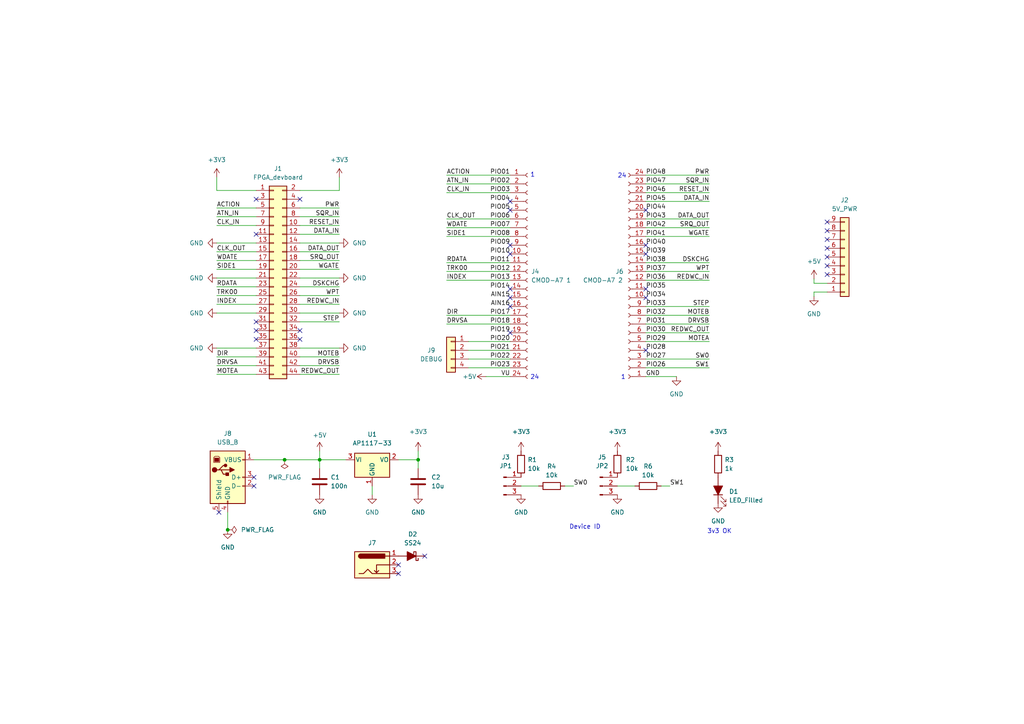
<source format=kicad_sch>
(kicad_sch (version 20211123) (generator eeschema)
  (paper "A4")
  (title_block (title "Adapter for FPGA - C64 Floppy drive interface board") (date "2023-01-15") (rev "1") (company "Weisz Pál"))
  (lib_symbols
    (symbol "+3V3_1" (power) (pin_names (offset 0))
      (property "Value" "+3V3_1" (at 0 3.556 0))
      (symbol "+3V3_1_0_1"
        (polyline (pts (xy -0.762 1.27) (xy 0 2.54)))
        (polyline (pts (xy 0 0) (xy 0 2.54)))
        (polyline (pts (xy 0 2.54) (xy 0.762 1.27)))
      )
      (symbol "+3V3_1_1_1"
        (pin power_in line (at 0 0 90) (length 0) hide (name "+3V3") (number "1"))
      )
    )
    (symbol "+3V3_2" (power) (pin_names (offset 0))
      (property "Value" "+3V3_2" (at 0 3.556 0))
      (symbol "+3V3_2_0_1"
        (polyline (pts (xy -0.762 1.27) (xy 0 2.54)))
        (polyline (pts (xy 0 0) (xy 0 2.54)))
        (polyline (pts (xy 0 2.54) (xy 0.762 1.27)))
      )
      (symbol "+3V3_2_1_1"
        (pin power_in line (at 0 0 90) (length 0) hide (name "+3V3") (number "1"))
      )
    )
    (symbol "+5V_1" (power) (pin_names (offset 0))
      (property "Value" "+5V_1" (at 0 3.556 0))
      (symbol "+5V_1_0_1"
        (polyline (pts (xy -0.762 1.27) (xy 0 2.54)))
        (polyline (pts (xy 0 0) (xy 0 2.54)))
        (polyline (pts (xy 0 2.54) (xy 0.762 1.27)))
      )
      (symbol "+5V_1_1_1"
        (pin power_in line (at 0 0 90) (length 0) hide (name "+5V") (number "1"))
      )
    )
    (symbol "Connector:Barrel_Jack_Switch_Pin3Ring" (pin_names hide)
      (property "Reference" "J" (at 0 5.334 0))
      (property "Value" "Barrel_Jack_Switch_Pin3Ring" (at 0 -5.08 0))
      (symbol "Barrel_Jack_Switch_Pin3Ring_0_1"
        (rectangle (start -5.08 3.81) (end 5.08 -3.81) (stroke (width 0.254)) (fill (type background)))
        (arc (start -3.302 3.175) (mid -3.937 2.54) (end -3.302 1.905) (stroke (width 0.254)))
        (arc (start -3.302 3.175) (mid -3.937 2.54) (end -3.302 1.905) (stroke (width 0.254)) (fill (type outline)))
        (polyline (pts (xy 1.27 -2.286) (xy 1.905 -1.651)) (stroke (width 0.254)))
        (polyline (pts (xy 5.08 2.54) (xy 3.81 2.54)) (stroke (width 0.254)))
        (polyline (pts (xy 5.08 0) (xy 1.27 0) (xy 1.27 -2.286) (xy 0.635 -1.651)) (stroke (width 0.254)))
        (polyline (pts (xy -3.81 -2.54) (xy -2.54 -2.54) (xy -1.27 -1.27) (xy 0 -2.54) (xy 2.54 -2.54) (xy 5.08 -2.54)) (stroke (width 0.254)))
        (rectangle (start 3.683 3.175) (end -3.302 1.905) (stroke (width 0.254)) (fill (type outline)))
      )
      (symbol "Barrel_Jack_Switch_Pin3Ring_1_1"
        (pin passive line (at 7.62 2.54 180) (length 2.54) (name "~") (number "1"))
        (pin passive line (at 7.62 0 180) (length 2.54) (name "~") (number "2"))
        (pin passive line (at 7.62 -2.54 180) (length 2.54) (name "~") (number "3"))
      )
    )
    (symbol "Connector:Conn_01x03_Male" (pin_names (offset 1.016) hide)
      (property "Reference" "J" (at 0 5.08 0))
      (property "Value" "Conn_01x03_Male" (at 0 -5.08 0))
      (symbol "Conn_01x03_Male_1_1"
        (polyline (pts (xy 1.27 -2.54) (xy 0.8636 -2.54)) (stroke (width 0.1524)))
        (polyline (pts (xy 1.27 0) (xy 0.8636 0)) (stroke (width 0.1524)))
        (polyline (pts (xy 1.27 2.54) (xy 0.8636 2.54)) (stroke (width 0.1524)))
        (rectangle (start 0.8636 -2.413) (end 0 -2.667) (stroke (width 0.1524)) (fill (type outline)))
        (rectangle (start 0.8636 0.127) (end 0 -0.127) (stroke (width 0.1524)) (fill (type outline)))
        (rectangle (start 0.8636 2.667) (end 0 2.413) (stroke (width 0.1524)) (fill (type outline)))
        (pin passive line (at 5.08 2.54 180) (length 3.81) (name "Pin_1") (number "1"))
        (pin passive line (at 5.08 0 180) (length 3.81) (name "Pin_2") (number "2"))
        (pin passive line (at 5.08 -2.54 180) (length 3.81) (name "Pin_3") (number "3"))
      )
    )
    (symbol "Connector:Conn_01x24_Female" (pin_names (offset 1.016) hide)
      (property "Reference" "J" (at 0 30.48 0))
      (property "Value" "Conn_01x24_Female" (at 0 -33.02 0))
      (symbol "Conn_01x24_Female_1_1"
        (arc (start 0 -29.972) (mid -0.508 -30.48) (end 0 -30.988) (stroke (width 0.1524)))
        (arc (start 0 -27.432) (mid -0.508 -27.94) (end 0 -28.448) (stroke (width 0.1524)))
        (arc (start 0 -24.892) (mid -0.508 -25.4) (end 0 -25.908) (stroke (width 0.1524)))
        (arc (start 0 -22.352) (mid -0.508 -22.86) (end 0 -23.368) (stroke (width 0.1524)))
        (arc (start 0 -19.812) (mid -0.508 -20.32) (end 0 -20.828) (stroke (width 0.1524)))
        (arc (start 0 -17.272) (mid -0.508 -17.78) (end 0 -18.288) (stroke (width 0.1524)))
        (arc (start 0 -14.732) (mid -0.508 -15.24) (end 0 -15.748) (stroke (width 0.1524)))
        (arc (start 0 -12.192) (mid -0.508 -12.7) (end 0 -13.208) (stroke (width 0.1524)))
        (arc (start 0 -9.652) (mid -0.508 -10.16) (end 0 -10.668) (stroke (width 0.1524)))
        (arc (start 0 -7.112) (mid -0.508 -7.62) (end 0 -8.128) (stroke (width 0.1524)))
        (arc (start 0 -4.572) (mid -0.508 -5.08) (end 0 -5.588) (stroke (width 0.1524)))
        (arc (start 0 -2.032) (mid -0.508 -2.54) (end 0 -3.048) (stroke (width 0.1524)))
        (polyline (pts (xy -1.27 -30.48) (xy -0.508 -30.48)) (stroke (width 0.1524)))
        (polyline (pts (xy -1.27 -27.94) (xy -0.508 -27.94)) (stroke (width 0.1524)))
        (polyline (pts (xy -1.27 -25.4) (xy -0.508 -25.4)) (stroke (width 0.1524)))
        (polyline (pts (xy -1.27 -22.86) (xy -0.508 -22.86)) (stroke (width 0.1524)))
        (polyline (pts (xy -1.27 -20.32) (xy -0.508 -20.32)) (stroke (width 0.1524)))
        (polyline (pts (xy -1.27 -17.78) (xy -0.508 -17.78)) (stroke (width 0.1524)))
        (polyline (pts (xy -1.27 -15.24) (xy -0.508 -15.24)) (stroke (width 0.1524)))
        (polyline (pts (xy -1.27 -12.7) (xy -0.508 -12.7)) (stroke (width 0.1524)))
        (polyline (pts (xy -1.27 -10.16) (xy -0.508 -10.16)) (stroke (width 0.1524)))
        (polyline (pts (xy -1.27 -7.62) (xy -0.508 -7.62)) (stroke (width 0.1524)))
        (polyline (pts (xy -1.27 -5.08) (xy -0.508 -5.08)) (stroke (width 0.1524)))
        (polyline (pts (xy -1.27 -2.54) (xy -0.508 -2.54)) (stroke (width 0.1524)))
        (polyline (pts (xy -1.27 0) (xy -0.508 0)) (stroke (width 0.1524)))
        (polyline (pts (xy -1.27 2.54) (xy -0.508 2.54)) (stroke (width 0.1524)))
        (polyline (pts (xy -1.27 5.08) (xy -0.508 5.08)) (stroke (width 0.1524)))
        (polyline (pts (xy -1.27 7.62) (xy -0.508 7.62)) (stroke (width 0.1524)))
        (polyline (pts (xy -1.27 10.16) (xy -0.508 10.16)) (stroke (width 0.1524)))
        (polyline (pts (xy -1.27 12.7) (xy -0.508 12.7)) (stroke (width 0.1524)))
        (polyline (pts (xy -1.27 15.24) (xy -0.508 15.24)) (stroke (width 0.1524)))
        (polyline (pts (xy -1.27 17.78) (xy -0.508 17.78)) (stroke (width 0.1524)))
        (polyline (pts (xy -1.27 20.32) (xy -0.508 20.32)) (stroke (width 0.1524)))
        (polyline (pts (xy -1.27 22.86) (xy -0.508 22.86)) (stroke (width 0.1524)))
        (polyline (pts (xy -1.27 25.4) (xy -0.508 25.4)) (stroke (width 0.1524)))
        (polyline (pts (xy -1.27 27.94) (xy -0.508 27.94)) (stroke (width 0.1524)))
        (arc (start 0 0.508) (mid -0.508 0) (end 0 -0.508) (stroke (width 0.1524)))
        (arc (start 0 3.048) (mid -0.508 2.54) (end 0 2.032) (stroke (width 0.1524)))
        (arc (start 0 5.588) (mid -0.508 5.08) (end 0 4.572) (stroke (width 0.1524)))
        (arc (start 0 8.128) (mid -0.508 7.62) (end 0 7.112) (stroke (width 0.1524)))
        (arc (start 0 10.668) (mid -0.508 10.16) (end 0 9.652) (stroke (width 0.1524)))
        (arc (start 0 13.208) (mid -0.508 12.7) (end 0 12.192) (stroke (width 0.1524)))
        (arc (start 0 15.748) (mid -0.508 15.24) (end 0 14.732) (stroke (width 0.1524)))
        (arc (start 0 18.288) (mid -0.508 17.78) (end 0 17.272) (stroke (width 0.1524)))
        (arc (start 0 20.828) (mid -0.508 20.32) (end 0 19.812) (stroke (width 0.1524)))
        (arc (start 0 23.368) (mid -0.508 22.86) (end 0 22.352) (stroke (width 0.1524)))
        (arc (start 0 25.908) (mid -0.508 25.4) (end 0 24.892) (stroke (width 0.1524)))
        (arc (start 0 28.448) (mid -0.508 27.94) (end 0 27.432) (stroke (width 0.1524)))
        (pin passive line (at -5.08 27.94 0) (length 3.81) (name "Pin_1") (number "1"))
        (pin passive line (at -5.08 5.08 0) (length 3.81) (name "Pin_10") (number "10"))
        (pin passive line (at -5.08 2.54 0) (length 3.81) (name "Pin_11") (number "11"))
        (pin passive line (at -5.08 0 0) (length 3.81) (name "Pin_12") (number "12"))
        (pin passive line (at -5.08 -2.54 0) (length 3.81) (name "Pin_13") (number "13"))
        (pin passive line (at -5.08 -5.08 0) (length 3.81) (name "Pin_14") (number "14"))
        (pin passive line (at -5.08 -7.62 0) (length 3.81) (name "Pin_15") (number "15"))
        (pin passive line (at -5.08 -10.16 0) (length 3.81) (name "Pin_16") (number "16"))
        (pin passive line (at -5.08 -12.7 0) (length 3.81) (name "Pin_17") (number "17"))
        (pin passive line (at -5.08 -15.24 0) (length 3.81) (name "Pin_18") (number "18"))
        (pin passive line (at -5.08 -17.78 0) (length 3.81) (name "Pin_19") (number "19"))
        (pin passive line (at -5.08 25.4 0) (length 3.81) (name "Pin_2") (number "2"))
        (pin passive line (at -5.08 -20.32 0) (length 3.81) (name "Pin_20") (number "20"))
        (pin passive line (at -5.08 -22.86 0) (length 3.81) (name "Pin_21") (number "21"))
        (pin passive line (at -5.08 -25.4 0) (length 3.81) (name "Pin_22") (number "22"))
        (pin passive line (at -5.08 -27.94 0) (length 3.81) (name "Pin_23") (number "23"))
        (pin passive line (at -5.08 -30.48 0) (length 3.81) (name "Pin_24") (number "24"))
        (pin passive line (at -5.08 22.86 0) (length 3.81) (name "Pin_3") (number "3"))
        (pin passive line (at -5.08 20.32 0) (length 3.81) (name "Pin_4") (number "4"))
        (pin passive line (at -5.08 17.78 0) (length 3.81) (name "Pin_5") (number "5"))
        (pin passive line (at -5.08 15.24 0) (length 3.81) (name "Pin_6") (number "6"))
        (pin passive line (at -5.08 12.7 0) (length 3.81) (name "Pin_7") (number "7"))
        (pin passive line (at -5.08 10.16 0) (length 3.81) (name "Pin_8") (number "8"))
        (pin passive line (at -5.08 7.62 0) (length 3.81) (name "Pin_9") (number "9"))
      )
    )
    (symbol "Connector:USB_B" (pin_names (offset 1.016))
      (property "Reference" "J" (at -5.08 11.43 0))
      (property "Value" "USB_B" (at -5.08 8.89 0))
      (symbol "USB_B_0_1"
        (rectangle (start -5.08 -7.62) (end 5.08 7.62) (stroke (width 0.254)) (fill (type background)))
        (circle (center -3.81 2.159) (radius 0.635) (stroke (width 0.254)) (fill (type outline)))
        (rectangle (start -3.81 5.588) (end -2.54 4.572) (fill (type outline)))
        (circle (center -0.635 3.429) (radius 0.381) (stroke (width 0.254)) (fill (type outline)))
        (rectangle (start -0.127 -7.62) (end 0.127 -6.858))
        (polyline (pts (xy -1.905 2.159) (xy 0.635 2.159)) (stroke (width 0.254)))
        (polyline (pts (xy -3.175 2.159) (xy -2.54 2.159) (xy -1.27 3.429) (xy -0.635 3.429)) (stroke (width 0.254)))
        (polyline (pts (xy -2.54 2.159) (xy -1.905 2.159) (xy -1.27 0.889) (xy 0 0.889)) (stroke (width 0.254)))
        (polyline (pts (xy 0.635 2.794) (xy 0.635 1.524) (xy 1.905 2.159) (xy 0.635 2.794)) (stroke (width 0.254)) (fill (type outline)))
        (polyline (pts (xy -4.064 4.318) (xy -2.286 4.318) (xy -2.286 5.715) (xy -2.667 6.096) (xy -3.683 6.096) (xy -4.064 5.715) (xy -4.064 4.318)))
        (rectangle (start 0.254 1.27) (end -0.508 0.508) (stroke (width 0.254)) (fill (type outline)))
        (rectangle (start 5.08 -2.667) (end 4.318 -2.413))
        (rectangle (start 5.08 -0.127) (end 4.318 0.127))
        (rectangle (start 5.08 4.953) (end 4.318 5.207))
      )
      (symbol "USB_B_1_1"
        (pin power_out line (at 7.62 5.08 180) (length 2.54) (name "VBUS") (number "1"))
        (pin bidirectional line (at 7.62 -2.54 180) (length 2.54) (name "D-") (number "2"))
        (pin bidirectional line (at 7.62 0 180) (length 2.54) (name "D+") (number "3"))
        (pin power_out line (at 0 -10.16 90) (length 2.54) (name "GND") (number "4"))
        (pin passive line (at -2.54 -10.16 90) (length 2.54) (name "Shield") (number "5"))
      )
    )
    (symbol "Connector_Generic:Conn_01x04" (pin_names (offset 1.016) hide)
      (property "Reference" "J" (at 0 5.08 0))
      (property "Value" "Conn_01x04" (at 0 -7.62 0))
      (symbol "Conn_01x04_1_1"
        (rectangle (start -1.27 -4.953) (end 0 -5.207) (stroke (width 0.1524)))
        (rectangle (start -1.27 -2.413) (end 0 -2.667) (stroke (width 0.1524)))
        (rectangle (start -1.27 0.127) (end 0 -0.127) (stroke (width 0.1524)))
        (rectangle (start -1.27 2.667) (end 0 2.413) (stroke (width 0.1524)))
        (rectangle (start -1.27 3.81) (end 1.27 -6.35) (stroke (width 0.254)) (fill (type background)))
        (pin passive line (at -5.08 2.54 0) (length 3.81) (name "Pin_1") (number "1"))
        (pin passive line (at -5.08 0 0) (length 3.81) (name "Pin_2") (number "2"))
        (pin passive line (at -5.08 -2.54 0) (length 3.81) (name "Pin_3") (number "3"))
        (pin passive line (at -5.08 -5.08 0) (length 3.81) (name "Pin_4") (number "4"))
      )
    )
    (symbol "Connector_Generic:Conn_01x09" (pin_names (offset 1.016) hide)
      (property "Reference" "J" (at 0 12.7 0))
      (property "Value" "Conn_01x09" (at 0 -12.7 0))
      (symbol "Conn_01x09_1_1"
        (rectangle (start -1.27 -10.033) (end 0 -10.287) (stroke (width 0.1524)))
        (rectangle (start -1.27 -7.493) (end 0 -7.747) (stroke (width 0.1524)))
        (rectangle (start -1.27 -4.953) (end 0 -5.207) (stroke (width 0.1524)))
        (rectangle (start -1.27 -2.413) (end 0 -2.667) (stroke (width 0.1524)))
        (rectangle (start -1.27 0.127) (end 0 -0.127) (stroke (width 0.1524)))
        (rectangle (start -1.27 2.667) (end 0 2.413) (stroke (width 0.1524)))
        (rectangle (start -1.27 5.207) (end 0 4.953) (stroke (width 0.1524)))
        (rectangle (start -1.27 7.747) (end 0 7.493) (stroke (width 0.1524)))
        (rectangle (start -1.27 10.287) (end 0 10.033) (stroke (width 0.1524)))
        (rectangle (start -1.27 11.43) (end 1.27 -11.43) (stroke (width 0.254)) (fill (type background)))
        (pin passive line (at -5.08 10.16 0) (length 3.81) (name "Pin_1") (number "1"))
        (pin passive line (at -5.08 7.62 0) (length 3.81) (name "Pin_2") (number "2"))
        (pin passive line (at -5.08 5.08 0) (length 3.81) (name "Pin_3") (number "3"))
        (pin passive line (at -5.08 2.54 0) (length 3.81) (name "Pin_4") (number "4"))
        (pin passive line (at -5.08 0 0) (length 3.81) (name "Pin_5") (number "5"))
        (pin passive line (at -5.08 -2.54 0) (length 3.81) (name "Pin_6") (number "6"))
        (pin passive line (at -5.08 -5.08 0) (length 3.81) (name "Pin_7") (number "7"))
        (pin passive line (at -5.08 -7.62 0) (length 3.81) (name "Pin_8") (number "8"))
        (pin passive line (at -5.08 -10.16 0) (length 3.81) (name "Pin_9") (number "9"))
      )
    )
    (symbol "Connector_Generic:Conn_02x22_Odd_Even" (pin_names (offset 1.016) hide)
      (property "Reference" "J" (at 1.27 27.94 0))
      (property "Value" "Conn_02x22_Odd_Even" (at 1.27 -30.48 0))
      (symbol "Conn_02x22_Odd_Even_1_1"
        (rectangle (start -1.27 -27.813) (end 0 -28.067) (stroke (width 0.1524)))
        (rectangle (start -1.27 -25.273) (end 0 -25.527) (stroke (width 0.1524)))
        (rectangle (start -1.27 -22.733) (end 0 -22.987) (stroke (width 0.1524)))
        (rectangle (start -1.27 -20.193) (end 0 -20.447) (stroke (width 0.1524)))
        (rectangle (start -1.27 -17.653) (end 0 -17.907) (stroke (width 0.1524)))
        (rectangle (start -1.27 -15.113) (end 0 -15.367) (stroke (width 0.1524)))
        (rectangle (start -1.27 -12.573) (end 0 -12.827) (stroke (width 0.1524)))
        (rectangle (start -1.27 -10.033) (end 0 -10.287) (stroke (width 0.1524)))
        (rectangle (start -1.27 -7.493) (end 0 -7.747) (stroke (width 0.1524)))
        (rectangle (start -1.27 -4.953) (end 0 -5.207) (stroke (width 0.1524)))
        (rectangle (start -1.27 -2.413) (end 0 -2.667) (stroke (width 0.1524)))
        (rectangle (start -1.27 0.127) (end 0 -0.127) (stroke (width 0.1524)))
        (rectangle (start -1.27 2.667) (end 0 2.413) (stroke (width 0.1524)))
        (rectangle (start -1.27 5.207) (end 0 4.953) (stroke (width 0.1524)))
        (rectangle (start -1.27 7.747) (end 0 7.493) (stroke (width 0.1524)))
        (rectangle (start -1.27 10.287) (end 0 10.033) (stroke (width 0.1524)))
        (rectangle (start -1.27 12.827) (end 0 12.573) (stroke (width 0.1524)))
        (rectangle (start -1.27 15.367) (end 0 15.113) (stroke (width 0.1524)))
        (rectangle (start -1.27 17.907) (end 0 17.653) (stroke (width 0.1524)))
        (rectangle (start -1.27 20.447) (end 0 20.193) (stroke (width 0.1524)))
        (rectangle (start -1.27 22.987) (end 0 22.733) (stroke (width 0.1524)))
        (rectangle (start -1.27 25.527) (end 0 25.273) (stroke (width 0.1524)))
        (rectangle (start -1.27 26.67) (end 3.81 -29.21) (stroke (width 0.254)) (fill (type background)))
        (rectangle (start 3.81 -27.813) (end 2.54 -28.067) (stroke (width 0.1524)))
        (rectangle (start 3.81 -25.273) (end 2.54 -25.527) (stroke (width 0.1524)))
        (rectangle (start 3.81 -22.733) (end 2.54 -22.987) (stroke (width 0.1524)))
        (rectangle (start 3.81 -20.193) (end 2.54 -20.447) (stroke (width 0.1524)))
        (rectangle (start 3.81 -17.653) (end 2.54 -17.907) (stroke (width 0.1524)))
        (rectangle (start 3.81 -15.113) (end 2.54 -15.367) (stroke (width 0.1524)))
        (rectangle (start 3.81 -12.573) (end 2.54 -12.827) (stroke (width 0.1524)))
        (rectangle (start 3.81 -10.033) (end 2.54 -10.287) (stroke (width 0.1524)))
        (rectangle (start 3.81 -7.493) (end 2.54 -7.747) (stroke (width 0.1524)))
        (rectangle (start 3.81 -4.953) (end 2.54 -5.207) (stroke (width 0.1524)))
        (rectangle (start 3.81 -2.413) (end 2.54 -2.667) (stroke (width 0.1524)))
        (rectangle (start 3.81 0.127) (end 2.54 -0.127) (stroke (width 0.1524)))
        (rectangle (start 3.81 2.667) (end 2.54 2.413) (stroke (width 0.1524)))
        (rectangle (start 3.81 5.207) (end 2.54 4.953) (stroke (width 0.1524)))
        (rectangle (start 3.81 7.747) (end 2.54 7.493) (stroke (width 0.1524)))
        (rectangle (start 3.81 10.287) (end 2.54 10.033) (stroke (width 0.1524)))
        (rectangle (start 3.81 12.827) (end 2.54 12.573) (stroke (width 0.1524)))
        (rectangle (start 3.81 15.367) (end 2.54 15.113) (stroke (width 0.1524)))
        (rectangle (start 3.81 17.907) (end 2.54 17.653) (stroke (width 0.1524)))
        (rectangle (start 3.81 20.447) (end 2.54 20.193) (stroke (width 0.1524)))
        (rectangle (start 3.81 22.987) (end 2.54 22.733) (stroke (width 0.1524)))
        (rectangle (start 3.81 25.527) (end 2.54 25.273) (stroke (width 0.1524)))
        (pin passive line (at -5.08 25.4 0) (length 3.81) (name "Pin_1") (number "1"))
        (pin passive line (at 7.62 15.24 180) (length 3.81) (name "Pin_10") (number "10"))
        (pin passive line (at -5.08 12.7 0) (length 3.81) (name "Pin_11") (number "11"))
        (pin passive line (at 7.62 12.7 180) (length 3.81) (name "Pin_12") (number "12"))
        (pin passive line (at -5.08 10.16 0) (length 3.81) (name "Pin_13") (number "13"))
        (pin passive line (at 7.62 10.16 180) (length 3.81) (name "Pin_14") (number "14"))
        (pin passive line (at -5.08 7.62 0) (length 3.81) (name "Pin_15") (number "15"))
        (pin passive line (at 7.62 7.62 180) (length 3.81) (name "Pin_16") (number "16"))
        (pin passive line (at -5.08 5.08 0) (length 3.81) (name "Pin_17") (number "17"))
        (pin passive line (at 7.62 5.08 180) (length 3.81) (name "Pin_18") (number "18"))
        (pin passive line (at -5.08 2.54 0) (length 3.81) (name "Pin_19") (number "19"))
        (pin passive line (at 7.62 25.4 180) (length 3.81) (name "Pin_2") (number "2"))
        (pin passive line (at 7.62 2.54 180) (length 3.81) (name "Pin_20") (number "20"))
        (pin passive line (at -5.08 0 0) (length 3.81) (name "Pin_21") (number "21"))
        (pin passive line (at 7.62 0 180) (length 3.81) (name "Pin_22") (number "22"))
        (pin passive line (at -5.08 -2.54 0) (length 3.81) (name "Pin_23") (number "23"))
        (pin passive line (at 7.62 -2.54 180) (length 3.81) (name "Pin_24") (number "24"))
        (pin passive line (at -5.08 -5.08 0) (length 3.81) (name "Pin_25") (number "25"))
        (pin passive line (at 7.62 -5.08 180) (length 3.81) (name "Pin_26") (number "26"))
        (pin passive line (at -5.08 -7.62 0) (length 3.81) (name "Pin_27") (number "27"))
        (pin passive line (at 7.62 -7.62 180) (length 3.81) (name "Pin_28") (number "28"))
        (pin passive line (at -5.08 -10.16 0) (length 3.81) (name "Pin_29") (number "29"))
        (pin passive line (at -5.08 22.86 0) (length 3.81) (name "Pin_3") (number "3"))
        (pin passive line (at 7.62 -10.16 180) (length 3.81) (name "Pin_30") (number "30"))
        (pin passive line (at -5.08 -12.7 0) (length 3.81) (name "Pin_31") (number "31"))
        (pin passive line (at 7.62 -12.7 180) (length 3.81) (name "Pin_32") (number "32"))
        (pin passive line (at -5.08 -15.24 0) (length 3.81) (name "Pin_33") (number "33"))
        (pin passive line (at 7.62 -15.24 180) (length 3.81) (name "Pin_34") (number "34"))
        (pin passive line (at -5.08 -17.78 0) (length 3.81) (name "Pin_35") (number "35"))
        (pin passive line (at 7.62 -17.78 180) (length 3.81) (name "Pin_36") (number "36"))
        (pin passive line (at -5.08 -20.32 0) (length 3.81) (name "Pin_37") (number "37"))
        (pin passive line (at 7.62 -20.32 180) (length 3.81) (name "Pin_38") (number "38"))
        (pin passive line (at -5.08 -22.86 0) (length 3.81) (name "Pin_39") (number "39"))
        (pin passive line (at 7.62 22.86 180) (length 3.81) (name "Pin_4") (number "4"))
        (pin passive line (at 7.62 -22.86 180) (length 3.81) (name "Pin_40") (number "40"))
        (pin passive line (at -5.08 -25.4 0) (length 3.81) (name "Pin_41") (number "41"))
        (pin passive line (at 7.62 -25.4 180) (length 3.81) (name "Pin_42") (number "42"))
        (pin passive line (at -5.08 -27.94 0) (length 3.81) (name "Pin_43") (number "43"))
        (pin passive line (at 7.62 -27.94 180) (length 3.81) (name "Pin_44") (number "44"))
        (pin passive line (at -5.08 20.32 0) (length 3.81) (name "Pin_5") (number "5"))
        (pin passive line (at 7.62 20.32 180) (length 3.81) (name "Pin_6") (number "6"))
        (pin passive line (at -5.08 17.78 0) (length 3.81) (name "Pin_7") (number "7"))
        (pin passive line (at 7.62 17.78 180) (length 3.81) (name "Pin_8") (number "8"))
        (pin passive line (at -5.08 15.24 0) (length 3.81) (name "Pin_9") (number "9"))
      )
    )
    (symbol "Device:C" (pin_numbers hide) (pin_names (offset 0.254))
      (property "Reference" "C" (at 0.635 2.54 0))
      (property "Value" "C" (at 0.635 -2.54 0))
      (symbol "C_0_1"
        (polyline (pts (xy -2.032 -0.762) (xy 2.032 -0.762)) (stroke (width 0.508)))
        (polyline (pts (xy -2.032 0.762) (xy 2.032 0.762)) (stroke (width 0.508)))
      )
      (symbol "C_1_1"
        (pin passive line (at 0 3.81 270) (length 2.794) (name "~") (number "1"))
        (pin passive line (at 0 -3.81 90) (length 2.794) (name "~") (number "2"))
      )
    )
    (symbol "Device:D_Schottky_Filled" (pin_numbers hide) (pin_names (offset 1.016) hide)
      (property "Reference" "D" (at 0 2.54 0))
      (property "Value" "D_Schottky_Filled" (at 0 -2.54 0))
      (symbol "D_Schottky_Filled_0_1"
        (polyline (pts (xy 1.27 0) (xy -1.27 0)))
        (polyline (pts (xy 1.27 1.27) (xy 1.27 -1.27) (xy -1.27 0) (xy 1.27 1.27)) (stroke (width 0.254)) (fill (type outline)))
        (polyline (pts (xy -1.905 0.635) (xy -1.905 1.27) (xy -1.27 1.27) (xy -1.27 -1.27) (xy -0.635 -1.27) (xy -0.635 -0.635)) (stroke (width 0.254)))
      )
      (symbol "D_Schottky_Filled_1_1"
        (pin passive line (at -3.81 0 0) (length 2.54) (name "K") (number "1"))
        (pin passive line (at 3.81 0 180) (length 2.54) (name "A") (number "2"))
      )
    )
    (symbol "Device:LED_Filled" (pin_numbers hide) (pin_names (offset 1.016) hide)
      (property "Reference" "D" (at 0 2.54 0))
      (property "Value" "LED_Filled" (at 0 -2.54 0))
      (symbol "LED_Filled_0_1"
        (polyline (pts (xy -1.27 -1.27) (xy -1.27 1.27)) (stroke (width 0.254)))
        (polyline (pts (xy -1.27 0) (xy 1.27 0)))
        (polyline (pts (xy 1.27 -1.27) (xy 1.27 1.27) (xy -1.27 0) (xy 1.27 -1.27)) (stroke (width 0.254)) (fill (type outline)))
        (polyline (pts (xy -3.048 -0.762) (xy -4.572 -2.286) (xy -3.81 -2.286) (xy -4.572 -2.286) (xy -4.572 -1.524)))
        (polyline (pts (xy -1.778 -0.762) (xy -3.302 -2.286) (xy -2.54 -2.286) (xy -3.302 -2.286) (xy -3.302 -1.524)))
      )
      (symbol "LED_Filled_1_1"
        (pin passive line (at -3.81 0 0) (length 2.54) (name "K") (number "1"))
        (pin passive line (at 3.81 0 180) (length 2.54) (name "A") (number "2"))
      )
    )
    (symbol "Device:R" (pin_numbers hide) (pin_names (offset 0))
      (property "Reference" "R" (at 2.032 0 90))
      (property "Value" "R" (at 0 0 90))
      (symbol "R_0_1"
        (rectangle (start -1.016 -2.54) (end 1.016 2.54) (stroke (width 0.254)))
      )
      (symbol "R_1_1"
        (pin passive line (at 0 3.81 270) (length 1.27) (name "~") (number "1"))
        (pin passive line (at 0 -3.81 90) (length 1.27) (name "~") (number "2"))
      )
    )
    (symbol "Regulator_Linear:AP1117-33" (pin_names (offset 0.254))
      (property "Reference" "U" (at -3.81 3.175 0))
      (property "Value" "AP1117-33" (at 0 3.175 0))
      (symbol "AP1117-33_0_1"
        (rectangle (start -5.08 -5.08) (end 5.08 1.905) (stroke (width 0.254)) (fill (type background)))
      )
      (symbol "AP1117-33_1_1"
        (pin power_in line (at 0 -7.62 90) (length 2.54) (name "GND") (number "1"))
        (pin power_out line (at 7.62 0 180) (length 2.54) (name "VO") (number "2"))
        (pin power_in line (at -7.62 0 0) (length 2.54) (name "VI") (number "3"))
      )
    )
    (symbol "power:+3V3" (power) (pin_names (offset 0))
      (property "Value" "+3V3" (at 0 3.556 0))
      (symbol "+3V3_0_1"
        (polyline (pts (xy -0.762 1.27) (xy 0 2.54)))
        (polyline (pts (xy 0 0) (xy 0 2.54)))
        (polyline (pts (xy 0 2.54) (xy 0.762 1.27)))
      )
      (symbol "+3V3_1_1"
        (pin power_in line (at 0 0 90) (length 0) hide (name "+3V3") (number "1"))
      )
    )
    (symbol "power:+5V" (power) (pin_names (offset 0))
      (property "Value" "+5V" (at 0 3.556 0))
      (symbol "+5V_0_1"
        (polyline (pts (xy -0.762 1.27) (xy 0 2.54)))
        (polyline (pts (xy 0 0) (xy 0 2.54)))
        (polyline (pts (xy 0 2.54) (xy 0.762 1.27)))
      )
      (symbol "+5V_1_1"
        (pin power_in line (at 0 0 90) (length 0) hide (name "+5V") (number "1"))
      )
    )
    (symbol "power:GND" (power) (pin_names (offset 0))
      (property "Value" "GND" (at 0 -3.81 0))
      (symbol "GND_0_1"
        (polyline (pts (xy 0 0) (xy 0 -1.27) (xy 1.27 -1.27) (xy 0 -2.54) (xy -1.27 -1.27) (xy 0 -1.27)))
      )
      (symbol "GND_1_1"
        (pin power_in line (at 0 0 270) (length 0) hide (name "GND") (number "1"))
      )
    )
    (symbol "power:PWR_FLAG" (power) (pin_numbers hide) (pin_names (offset 0) hide)
      (property "Value" "PWR_FLAG" (at 0 3.81 0))
      (symbol "PWR_FLAG_0_0"
        (pin power_out line (at 0 0 90) (length 0) (name "pwr") (number "1"))
      )
      (symbol "PWR_FLAG_0_1"
        (polyline (pts (xy 0 0) (xy 0 1.27) (xy -1.016 1.905) (xy 0 2.54) (xy 1.016 1.905) (xy 0 1.27)))
      )
    )
  )
  (junction (at 82.55 133.35))
  (junction (at 121.285 133.35))
  (junction (at 92.71 133.35))
  (junction (at 66.04 153.67))
  (no_connect (at 63.5 148.59))
  (no_connect (at 239.903 72.009))
  (no_connect (at 86.995 95.885))
  (no_connect (at 147.955 73.66))
  (no_connect (at 147.955 71.12))
  (no_connect (at 74.295 57.785))
  (no_connect (at 147.955 96.52))
  (no_connect (at 147.955 58.42))
  (no_connect (at 147.955 60.96))
  (no_connect (at 239.903 79.629))
  (no_connect (at 74.295 98.425))
  (no_connect (at 86.995 98.425))
  (no_connect (at 147.955 83.82))
  (no_connect (at 147.955 86.36))
  (no_connect (at 147.955 88.9))
  (no_connect (at 115.57 166.37))
  (no_connect (at 187.325 86.36))
  (no_connect (at 73.66 138.43))
  (no_connect (at 86.995 57.785))
  (no_connect (at 74.295 95.885))
  (no_connect (at 187.325 71.12))
  (no_connect (at 187.325 101.6))
  (no_connect (at 123.19 161.29))
  (no_connect (at 239.903 69.469))
  (no_connect (at 74.295 67.945))
  (no_connect (at 187.325 83.82))
  (no_connect (at 187.325 60.96))
  (no_connect (at 187.325 73.66))
  (no_connect (at 115.57 163.83))
  (no_connect (at 239.903 74.549))
  (no_connect (at 239.903 64.389))
  (no_connect (at 74.295 93.345))
  (no_connect (at 239.903 66.929))
  (no_connect (at 73.66 140.97))
  (no_connect (at 239.903 77.089))
  (wire (pts (xy 66.04 148.59) (xy 66.04 153.67)))
  (wire (pts (xy 74.295 88.265) (xy 62.865 88.265)))
  (wire (pts (xy 187.325 81.28) (xy 205.74 81.28)))
  (wire (pts (xy 98.425 62.865) (xy 86.995 62.865)))
  (wire (pts (xy 135.89 106.68) (xy 147.955 106.68)))
  (wire (pts (xy 129.54 68.58) (xy 147.955 68.58)))
  (wire (pts (xy 74.295 62.865) (xy 62.865 62.865)))
  (wire (pts (xy 140.97 109.22) (xy 147.955 109.22)))
  (wire (pts (xy 187.325 53.34) (xy 205.74 53.34)))
  (wire (pts (xy 98.425 90.805) (xy 86.995 90.805)))
  (wire (pts (xy 115.57 133.35) (xy 121.285 133.35)))
  (wire (pts (xy 163.83 140.97) (xy 166.37 140.97)))
  (wire (pts (xy 98.425 80.645) (xy 86.995 80.645)))
  (wire (pts (xy 98.425 85.725) (xy 86.995 85.725)))
  (wire (pts (xy 236.093 80.899) (xy 236.093 82.169)))
  (wire (pts (xy 98.425 88.265) (xy 86.995 88.265)))
  (wire (pts (xy 98.425 100.965) (xy 86.995 100.965)))
  (wire (pts (xy 98.425 103.505) (xy 86.995 103.505)))
  (wire (pts (xy 236.093 84.709) (xy 239.903 84.709)))
  (wire (pts (xy 187.325 58.42) (xy 205.74 58.42)))
  (wire (pts (xy 73.66 133.35) (xy 82.55 133.35)))
  (wire (pts (xy 82.55 133.35) (xy 92.71 133.35)))
  (wire (pts (xy 62.865 90.805) (xy 74.295 90.805)))
  (wire (pts (xy 62.865 55.245) (xy 62.865 51.435)))
  (wire (pts (xy 187.325 63.5) (xy 205.74 63.5)))
  (wire (pts (xy 187.325 104.14) (xy 205.74 104.14)))
  (wire (pts (xy 151.13 140.97) (xy 156.21 140.97)))
  (wire (pts (xy 74.295 60.325) (xy 62.865 60.325)))
  (wire (pts (xy 129.54 78.74) (xy 147.955 78.74)))
  (wire (pts (xy 74.295 55.245) (xy 62.865 55.245)))
  (wire (pts (xy 187.325 96.52) (xy 205.74 96.52)))
  (wire (pts (xy 147.955 53.34) (xy 129.54 53.34)))
  (wire (pts (xy 92.71 130.81) (xy 92.71 133.35)))
  (wire (pts (xy 191.77 140.97) (xy 194.31 140.97)))
  (wire (pts (xy 236.093 82.169) (xy 239.903 82.169)))
  (wire (pts (xy 98.425 65.405) (xy 86.995 65.405)))
  (wire (pts (xy 129.54 55.88) (xy 147.955 55.88)))
  (wire (pts (xy 98.425 55.245) (xy 86.995 55.245)))
  (wire (pts (xy 196.215 109.22) (xy 187.325 109.22)))
  (wire (pts (xy 129.54 76.2) (xy 147.955 76.2)))
  (wire (pts (xy 179.07 140.97) (xy 184.15 140.97)))
  (wire (pts (xy 187.325 88.9) (xy 205.74 88.9)))
  (wire (pts (xy 98.425 67.945) (xy 86.995 67.945)))
  (wire (pts (xy 187.325 93.98) (xy 205.74 93.98)))
  (wire (pts (xy 187.325 99.06) (xy 205.74 99.06)))
  (wire (pts (xy 74.295 75.565) (xy 62.865 75.565)))
  (wire (pts (xy 107.95 140.97) (xy 107.95 143.51)))
  (wire (pts (xy 135.89 101.6) (xy 147.955 101.6)))
  (wire (pts (xy 187.325 50.8) (xy 205.74 50.8)))
  (wire (pts (xy 98.425 70.485) (xy 86.995 70.485)))
  (wire (pts (xy 129.54 91.44) (xy 147.955 91.44)))
  (wire (pts (xy 187.325 66.04) (xy 205.74 66.04)))
  (wire (pts (xy 74.295 83.185) (xy 62.865 83.185)))
  (wire (pts (xy 62.865 73.025) (xy 74.295 73.025)))
  (wire (pts (xy 121.285 130.81) (xy 121.285 133.35)))
  (wire (pts (xy 135.89 99.06) (xy 147.955 99.06)))
  (wire (pts (xy 187.325 55.88) (xy 205.74 55.88)))
  (wire (pts (xy 98.425 60.325) (xy 86.995 60.325)))
  (wire (pts (xy 74.295 108.585) (xy 62.865 108.585)))
  (wire (pts (xy 236.093 85.979) (xy 236.093 84.709)))
  (wire (pts (xy 187.325 78.74) (xy 205.74 78.74)))
  (wire (pts (xy 74.295 103.505) (xy 62.865 103.505)))
  (wire (pts (xy 187.325 76.2) (xy 205.74 76.2)))
  (wire (pts (xy 135.89 104.14) (xy 147.955 104.14)))
  (wire (pts (xy 98.425 83.185) (xy 86.995 83.185)))
  (wire (pts (xy 129.54 81.28) (xy 147.955 81.28)))
  (wire (pts (xy 129.54 50.8) (xy 147.955 50.8)))
  (wire (pts (xy 129.54 93.98) (xy 147.955 93.98)))
  (wire (pts (xy 98.425 93.345) (xy 86.995 93.345)))
  (wire (pts (xy 62.865 65.405) (xy 74.295 65.405)))
  (wire (pts (xy 62.865 80.645) (xy 74.295 80.645)))
  (wire (pts (xy 98.425 108.585) (xy 86.995 108.585)))
  (wire (pts (xy 74.295 85.725) (xy 62.865 85.725)))
  (wire (pts (xy 100.33 133.35) (xy 92.71 133.35)))
  (wire (pts (xy 74.295 78.105) (xy 62.865 78.105)))
  (wire (pts (xy 98.425 73.025) (xy 86.995 73.025)))
  (wire (pts (xy 129.54 63.5) (xy 147.955 63.5)))
  (wire (pts (xy 187.325 106.68) (xy 205.74 106.68)))
  (wire (pts (xy 92.71 133.35) (xy 92.71 135.89)))
  (wire (pts (xy 129.54 66.04) (xy 147.955 66.04)))
  (wire (pts (xy 74.295 106.045) (xy 62.865 106.045)))
  (wire (pts (xy 62.865 100.965) (xy 74.295 100.965)))
  (wire (pts (xy 98.425 78.105) (xy 86.995 78.105)))
  (wire (pts (xy 98.425 51.435) (xy 98.425 55.245)))
  (wire (pts (xy 121.285 133.35) (xy 121.285 135.89)))
  (wire (pts (xy 98.425 75.565) (xy 86.995 75.565)))
  (wire (pts (xy 187.325 68.58) (xy 205.74 68.58)))
  (wire (pts (xy 62.865 70.485) (xy 74.295 70.485)))
  (wire (pts (xy 98.425 106.045) (xy 86.995 106.045)))
  (wire (pts (xy 187.325 91.44) (xy 205.74 91.44)))
  (text "Device ID" (at 165.1 153.67 0) (effects (font (size 1.27 1.27)) (justify left bottom)))
  (text "1" (at 153.797 51.562 0) (effects (font (size 1.27 1.27)) (justify left bottom)))
  (text "24" (at 181.737 51.816 180) (effects (font (size 1.27 1.27)) (justify right bottom)))
  (text "1" (at 181.483 110.236 180) (effects (font (size 1.27 1.27)) (justify right bottom)))
  (text "24" (at 153.797 110.236 0) (effects (font (size 1.27 1.27)) (justify left bottom)))
  (text "3v3 OK" (at 205.105 154.94 0) (effects (font (size 1.27 1.27)) (justify left bottom)))
  (label "DSKCHG" (at 98.425 83.185 180))
  (label "SW1" (at 205.74 106.68 180))
  (label "PIO23" (at 147.955 106.68 180))
  (label "WPT" (at 98.425 85.725 180))
  (label "PIO20" (at 147.955 99.06 180))
  (label "PIO28" (at 187.325 101.6 0))
  (label "DIR" (at 129.54 91.44 0))
  (label "RDATA" (at 129.54 76.2 0))
  (label "CLK_IN" (at 62.865 65.405 0))
  (label "INDEX" (at 62.865 88.265 0))
  (label "PIO12" (at 147.955 78.74 180))
  (label "PIO21" (at 147.955 101.6 180))
  (label "PIO29" (at 187.325 99.06 0))
  (label "PIO43" (at 187.325 63.5 0))
  (label "PIO36" (at 187.325 81.28 0))
  (label "PIO26" (at 187.325 106.68 0))
  (label "PIO10" (at 147.955 73.66 180))
  (label "SW0" (at 205.74 104.14 180))
  (label "PIO14" (at 147.955 83.82 180))
  (label "ACTION" (at 129.54 50.8 0))
  (label "DATA_OUT" (at 205.74 63.5 180))
  (label "VU" (at 147.955 109.22 180))
  (label "RDATA" (at 62.865 83.185 0))
  (label "DRVSA" (at 62.865 106.045 0))
  (label "SRQ_OUT" (at 205.74 66.04 180))
  (label "PIO47" (at 187.325 53.34 0))
  (label "CLK_OUT" (at 129.54 63.5 0))
  (label "PIO34" (at 187.325 86.36 0))
  (label "PWR" (at 205.74 50.8 180))
  (label "PIO02" (at 147.955 53.34 180))
  (label "PIO18" (at 147.955 93.98 180))
  (label "SIDE1" (at 129.54 68.58 0))
  (label "SIDE1" (at 62.865 78.105 0))
  (label "PIO48" (at 187.325 50.8 0))
  (label "PIO17" (at 147.955 91.44 180))
  (label "MOTEB" (at 205.74 91.44 180))
  (label "PIO04" (at 147.955 58.42 180))
  (label "PIO08" (at 147.955 68.58 180))
  (label "PIO42" (at 187.325 66.04 0))
  (label "STEP" (at 98.425 93.345 180))
  (label "PIO22" (at 147.955 104.14 180))
  (label "DATA_IN" (at 205.74 58.42 180))
  (label "CLK_OUT" (at 62.865 73.025 0))
  (label "PIO27" (at 187.325 104.14 0))
  (label "PIO40" (at 187.325 71.12 0))
  (label "PIO39" (at 187.325 73.66 0))
  (label "PIO07" (at 147.955 66.04 180))
  (label "ATN_IN" (at 62.865 62.865 0))
  (label "PIO32" (at 187.325 91.44 0))
  (label "PIO35" (at 187.325 83.82 0))
  (label "PIO19" (at 147.955 96.52 180))
  (label "WDATE" (at 62.865 75.565 0))
  (label "GND" (at 187.325 109.22 0))
  (label "WPT" (at 205.74 78.74 180))
  (label "DIR" (at 62.865 103.505 0))
  (label "PIO11" (at 147.955 76.2 180))
  (label "RESET_IN" (at 98.425 65.405 180))
  (label "PIO13" (at 147.955 81.28 180))
  (label "WGATE" (at 98.425 78.105 180))
  (label "TRK00" (at 129.54 78.74 0))
  (label "PIO31" (at 187.325 93.98 0))
  (label "REDWC_OUT" (at 205.74 96.52 180))
  (label "SW0" (at 166.37 140.97 0))
  (label "PIO05" (at 147.955 60.96 180))
  (label "PIO38" (at 187.325 76.2 0))
  (label "PIO46" (at 187.325 55.88 0))
  (label "RESET_IN" (at 205.74 55.88 180))
  (label "REDWC_IN" (at 205.74 81.28 180))
  (label "PIO41" (at 187.325 68.58 0))
  (label "SQR_IN" (at 205.74 53.34 180))
  (label "AIN15" (at 147.955 86.36 180))
  (label "PIO03" (at 147.955 55.88 180))
  (label "DRVSA" (at 129.54 93.98 0))
  (label "PIO09" (at 147.955 71.12 180))
  (label "DSKCHG" (at 205.74 76.2 180))
  (label "PIO33" (at 187.325 88.9 0))
  (label "WDATE" (at 129.54 66.04 0))
  (label "SRQ_OUT" (at 98.425 75.565 180))
  (label "INDEX" (at 129.54 81.28 0))
  (label "PWR" (at 98.425 60.325 180))
  (label "DATA_OUT" (at 98.425 73.025 180))
  (label "SW1" (at 194.31 140.97 0))
  (label "DATA_IN" (at 98.425 67.945 180))
  (label "CLK_IN" (at 129.54 55.88 0))
  (label "PIO45" (at 187.325 58.42 0))
  (label "PIO06" (at 147.955 63.5 180))
  (label "PIO30" (at 187.325 96.52 0))
  (label "ACTION" (at 62.865 60.325 0))
  (label "TRK00" (at 62.865 85.725 0))
  (label "MOTEA" (at 62.865 108.585 0))
  (label "ATN_IN" (at 129.54 53.34 0))
  (label "DRVSB" (at 205.74 93.98 180))
  (label "AIN16" (at 147.955 88.9 180))
  (label "PIO44" (at 187.325 60.96 0))
  (label "PIO37" (at 187.325 78.74 0))
  (label "PIO01" (at 147.955 50.8 180))
  (label "STEP" (at 205.74 88.9 180))
  (label "DRVSB" (at 98.425 106.045 180))
  (label "WGATE" (at 205.74 68.58 180))
  (label "SQR_IN" (at 98.425 62.865 180))
  (label "MOTEA" (at 205.74 99.06 180))
  (label "REDWC_OUT" (at 98.425 108.585 180))
  (label "MOTEB" (at 98.425 103.505 180))
  (label "REDWC_IN" (at 98.425 88.265 180))
  (symbol (lib_id "Connector:Conn_01x03_Male") (at 173.99 140.97 0) (unit 1)
    (property "Reference" "J5" (at 174.625 132.588 0))
    (property "Value" "JP2" (at 174.625 135.128 0))
    (property "Footprint" "Connector_PinHeader_2.54mm:PinHeader_1x03_P2.54mm_Vertical" (effects hide))
  )
  (symbol (lib_id "Connector_Generic:Conn_01x09") (at 244.983 74.549 0) (mirror x) (unit 1)
    (property "Reference" "J2" (at 244.983 58.039 0))
    (property "Value" "5V_PWR" (at 244.983 60.579 0))
    (property "Footprint" "Connector_PinSocket_2.54mm:PinSocket_1x09_P2.54mm_Vertical" (effects hide))
  )
  (symbol (lib_id "power:GND") (at 62.865 90.805 270) (mirror x) (unit 1)
    (property "Reference" "#PWR08" (effects hide))
    (property "Value" "GND" (at 59.055 90.8049 90) (effects (justify right)))
  )
  (symbol (lib_id "power:GND") (at 107.95 143.51 0) (unit 1)
    (property "Reference" "#PWR021" (effects hide))
    (property "Value" "GND" (at 107.95 148.59 0))
  )
  (symbol (lib_id "power:PWR_FLAG") (at 66.04 153.67 270) (unit 1)
    (property "Reference" "#FLG0102" (effects hide))
    (property "Value" "PWR_FLAG" (at 69.85 153.6699 90) (effects (justify left)))
  )
  (symbol (lib_id "power:+5V") (at 140.97 109.22 90) (mirror x) (unit 1)
    (property "Reference" "#PWR011" (effects hide))
    (property "Value" "+5V" (at 134.112 109.22 90) (effects (justify right)))
  )
  (symbol (lib_name "+3V3_2") (lib_id "power:+3V3") (at 121.285 130.81 0) (unit 1)
    (property "Reference" "#PWR022" (effects hide))
    (property "Value" "+3V3" (at 121.285 125.222 0))
  )
  (symbol (lib_id "power:GND") (at 236.093 85.979 0) (unit 1)
    (property "Reference" "#PWR015" (effects hide))
    (property "Value" "GND" (at 236.093 91.059 0))
  )
  (symbol (lib_id "Device:D_Schottky_Filled") (at 119.38 161.29 180) (unit 1) (on_board no)
    (property "Reference" "D2" (at 119.6975 154.94 0))
    (property "Value" "SS24" (at 119.6975 157.48 0))
    (property "Footprint" "Diode_SMD:D_SMB_Handsoldering" (effects hide))
  )
  (symbol (lib_id "Device:C") (at 121.285 139.7 0) (unit 1)
    (property "Reference" "C2" (at 125.095 138.4299 0) (effects (justify left)))
    (property "Value" "10u" (at 125.095 140.9699 0) (effects (justify left)))
    (property "Footprint" "Capacitor_SMD:C_0805_2012Metric_Pad1.18x1.45mm_HandSolder" (effects hide))
  )
  (symbol (lib_id "power:GND") (at 151.13 143.51 0) (unit 1)
    (property "Reference" "#PWR013" (effects hide))
    (property "Value" "GND" (at 151.13 148.59 0))
  )
  (symbol (lib_name "+3V3_1") (lib_id "power:+3V3") (at 151.13 130.81 0) (unit 1)
    (property "Reference" "#PWR012" (effects hide))
    (property "Value" "+3V3" (at 151.13 125.222 0))
  )
  (symbol (lib_id "power:GND") (at 62.865 80.645 270) (mirror x) (unit 1)
    (property "Reference" "#PWR07" (effects hide))
    (property "Value" "GND" (at 59.055 80.6449 90) (effects (justify right)))
  )
  (symbol (lib_id "Device:R") (at 187.96 140.97 90) (unit 1)
    (property "Reference" "R6" (at 187.96 135.255 90))
    (property "Value" "10k" (at 187.96 137.795 90))
    (property "Footprint" "Resistor_SMD:R_0805_2012Metric_Pad1.20x1.40mm_HandSolder" (effects hide))
  )
  (symbol (lib_id "Regulator_Linear:AP1117-33") (at 107.95 133.35 0) (unit 1)
    (property "Reference" "U1" (at 107.95 125.984 0))
    (property "Value" "AP1117-33" (at 107.95 128.524 0))
    (property "Footprint" "Package_TO_SOT_SMD:SOT-223-3_TabPin2" (effects hide))
    (property "Datasheet" "http://www.diodes.com/datasheets/AP1117.pdf" (effects hide))
  )
  (symbol (lib_id "power:GND") (at 98.425 80.645 90) (mirror x) (unit 1)
    (property "Reference" "#PWR03" (effects hide))
    (property "Value" "GND" (at 102.235 80.6451 90) (effects (justify right)))
  )
  (symbol (lib_id "power:PWR_FLAG") (at 82.55 133.35 180) (unit 1)
    (property "Reference" "#FLG0101" (effects hide))
    (property "Value" "PWR_FLAG" (at 82.55 138.43 0))
  )
  (symbol (lib_id "Connector:Barrel_Jack_Switch_Pin3Ring") (at 107.95 163.83 0) (unit 1) (on_board no)
    (property "Reference" "J7" (at 107.95 157.48 0))
    (property "Value" "Barrel_Jack_Switch_Pin3Ring" (effects hide))
    (property "Footprint" "Connector_BarrelJack:BarrelJack_Horizontal" (effects hide))
  )
  (symbol (lib_id "power:GND") (at 98.425 70.485 90) (mirror x) (unit 1)
    (property "Reference" "#PWR02" (effects hide))
    (property "Value" "GND" (at 102.235 70.4851 90) (effects (justify right)))
  )
  (symbol (lib_id "power:GND") (at 66.04 153.67 0) (unit 1)
    (property "Reference" "#PWR0106" (effects hide))
    (property "Value" "GND" (at 66.04 158.75 0))
  )
  (symbol (lib_id "power:GND") (at 62.865 100.965 270) (mirror x) (unit 1)
    (property "Reference" "#PWR09" (effects hide))
    (property "Value" "GND" (at 59.055 100.9649 90) (effects (justify right)))
  )
  (symbol (lib_id "power:GND") (at 62.865 70.485 270) (mirror x) (unit 1)
    (property "Reference" "#PWR06" (effects hide))
    (property "Value" "GND" (at 59.055 70.4849 90) (effects (justify right)))
  )
  (symbol (lib_name "+5V_1") (lib_id "power:+5V") (at 92.71 130.81 0) (unit 1)
    (property "Reference" "#PWR0103" (effects hide))
    (property "Value" "+5V" (at 92.71 126.238 0))
  )
  (symbol (lib_id "power:+3V3") (at 62.865 51.435 0) (unit 1)
    (property "Reference" "#PWR0101" (effects hide))
    (property "Value" "+3V3" (at 62.865 46.355 0))
  )
  (symbol (lib_id "Device:R") (at 151.13 134.62 0) (unit 1)
    (property "Reference" "R1" (at 153.035 133.3499 0) (effects (justify left)))
    (property "Value" "10k" (at 153.035 135.8899 0) (effects (justify left)))
    (property "Footprint" "Resistor_SMD:R_0805_2012Metric_Pad1.20x1.40mm_HandSolder" (effects hide))
  )
  (symbol (lib_id "power:GND") (at 179.07 143.51 0) (unit 1)
    (property "Reference" "#PWR017" (effects hide))
    (property "Value" "GND" (at 179.07 148.59 0))
  )
  (symbol (lib_name "+3V3_1") (lib_id "power:+3V3") (at 208.28 130.81 0) (unit 1)
    (property "Reference" "#PWR01" (effects hide))
    (property "Value" "+3V3" (at 208.28 125.222 0))
  )
  (symbol (lib_id "power:GND") (at 98.425 90.805 90) (mirror x) (unit 1)
    (property "Reference" "#PWR04" (effects hide))
    (property "Value" "GND" (at 102.235 90.8051 90) (effects (justify right)))
  )
  (symbol (lib_id "power:GND") (at 208.28 146.05 0) (unit 1)
    (property "Reference" "#PWR010" (effects hide))
    (property "Value" "GND" (at 208.28 151.13 0))
  )
  (symbol (lib_id "Connector:Conn_01x03_Male") (at 146.05 140.97 0) (unit 1)
    (property "Reference" "J3" (at 146.685 132.588 0))
    (property "Value" "JP1" (at 146.685 135.128 0))
    (property "Footprint" "Connector_PinHeader_2.54mm:PinHeader_1x03_P2.54mm_Vertical" (effects hide))
  )
  (symbol (lib_id "power:GND") (at 196.215 109.22 0) (unit 1)
    (property "Reference" "#PWR018" (effects hide))
    (property "Value" "GND" (at 196.215 114.3 0))
  )
  (symbol (lib_name "+3V3_1") (lib_id "power:+3V3") (at 179.07 130.81 0) (unit 1)
    (property "Reference" "#PWR016" (effects hide))
    (property "Value" "+3V3" (at 179.07 125.222 0))
  )
  (symbol (lib_id "Connector_Generic:Conn_02x22_Odd_Even") (at 79.375 80.645 0) (unit 1)
    (property "Reference" "J1" (at 80.645 48.895 0))
    (property "Value" "FPGA_devboard" (at 80.645 51.435 0))
    (property "Footprint" "Connector_PinHeader_2.54mm:PinHeader_2x22_P2.54mm_Vertical" (effects hide))
  )
  (symbol (lib_id "Connector_Generic:Conn_01x04") (at 130.81 101.6 0) (mirror y) (unit 1)
    (property "Reference" "J9" (at 125.095 101.6 0))
    (property "Value" "DEBUG" (at 125.095 104.14 0))
    (property "Footprint" "Connector_PinHeader_2.54mm:PinHeader_1x04_P2.54mm_Vertical" (effects hide))
  )
  (symbol (lib_id "Device:R") (at 160.02 140.97 270) (unit 1)
    (property "Reference" "R4" (at 160.02 135.255 90))
    (property "Value" "10k" (at 160.02 137.795 90))
    (property "Footprint" "Resistor_SMD:R_0805_2012Metric_Pad1.20x1.40mm_HandSolder" (effects hide))
  )
  (symbol (lib_id "Connector:Conn_01x24_Female") (at 153.035 78.74 0) (unit 1)
    (property "Reference" "J4" (at 154.051 78.7399 0) (effects (justify left)))
    (property "Value" "CMOD-A7 1" (at 154.051 81.2799 0) (effects (justify left)))
    (property "Footprint" "Connector_PinSocket_2.54mm:PinSocket_1x24_P2.54mm_Vertical" (effects hide))
  )
  (symbol (lib_id "power:GND") (at 98.425 100.965 90) (mirror x) (unit 1)
    (property "Reference" "#PWR05" (effects hide))
    (property "Value" "GND" (at 102.235 100.9651 90) (effects (justify right)))
  )
  (symbol (lib_id "Device:R") (at 208.28 134.62 0) (unit 1)
    (property "Reference" "R3" (at 210.185 133.3499 0) (effects (justify left)))
    (property "Value" "1k" (at 210.185 135.8899 0) (effects (justify left)))
    (property "Footprint" "Resistor_SMD:R_0805_2012Metric_Pad1.20x1.40mm_HandSolder" (effects hide))
  )
  (symbol (lib_id "Device:R") (at 179.07 134.62 0) (unit 1)
    (property "Reference" "R2" (at 181.483 133.3499 0) (effects (justify left)))
    (property "Value" "10k" (at 181.483 135.8899 0) (effects (justify left)))
    (property "Footprint" "Resistor_SMD:R_0805_2012Metric_Pad1.20x1.40mm_HandSolder" (effects hide))
  )
  (symbol (lib_id "Connector:Conn_01x24_Female") (at 182.245 81.28 180) (unit 1)
    (property "Reference" "J6" (at 179.705 78.74 0))
    (property "Value" "CMOD-A7 2" (at 174.879 81.28 0))
    (property "Footprint" "Connector_PinSocket_2.54mm:PinSocket_1x24_P2.54mm_Vertical" (effects hide))
  )
  (symbol (lib_id "power:GND") (at 121.285 143.51 0) (unit 1)
    (property "Reference" "#PWR0104" (effects hide))
    (property "Value" "GND" (at 121.285 148.59 0))
  )
  (symbol (lib_id "Connector:USB_B") (at 66.04 138.43 0) (unit 1)
    (property "Reference" "J8" (at 66.04 125.73 0))
    (property "Value" "USB_B" (at 66.04 128.27 0))
    (property "Footprint" "Connector_USB:USB_B_Lumberg_2411_02_Horizontal" (effects hide))
    (property "Datasheet" " ~" (effects hide))
  )
  (symbol (lib_id "power:+5V") (at 236.093 80.899 0) (unit 1)
    (property "Reference" "#PWR014" (effects hide))
    (property "Value" "+5V" (at 236.093 75.819 0))
  )
  (symbol (lib_id "Device:C") (at 92.71 139.7 0) (unit 1)
    (property "Reference" "C1" (at 95.885 138.4299 0) (effects (justify left)))
    (property "Value" "100n" (at 95.885 140.9699 0) (effects (justify left)))
    (property "Footprint" "Capacitor_SMD:C_0805_2012Metric_Pad1.18x1.45mm_HandSolder" (effects hide))
  )
  (symbol (lib_id "Device:LED_Filled") (at 208.28 142.24 90) (unit 1)
    (property "Reference" "D1" (at 211.455 142.5574 90) (effects (justify right)))
    (property "Value" "LED_Filled" (at 211.455 145.0974 90) (effects (justify right)))
    (property "Footprint" "LED_THT:LED_D5.0mm" (effects hide))
  )
  (symbol (lib_id "power:+3V3") (at 98.425 51.435 0) (unit 1)
    (property "Reference" "#PWR0102" (effects hide))
    (property "Value" "+3V3" (at 98.425 46.355 0))
  )
  (symbol (lib_id "power:GND") (at 92.71 143.51 0) (unit 1)
    (property "Reference" "#PWR0105" (effects hide))
    (property "Value" "GND" (at 92.71 148.59 0))
  )
)
</source>
